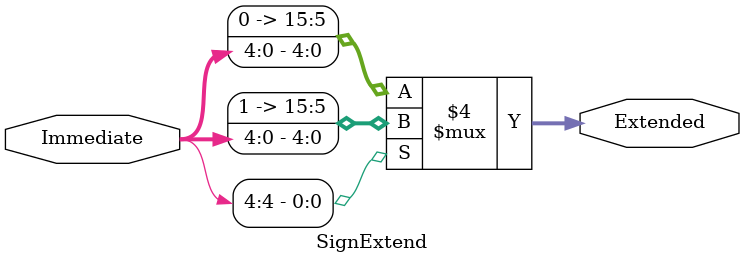
<source format=v>
`timescale 1ns / 1ps
module SignExtend(
	input [4:0] Immediate,
   output reg [15:0] Extended
);

always @* begin
	if (Immediate[4] == 1) begin
        Extended = {{11{1'b1}}, Immediate};
   end else begin
        Extended = {{11{1'b0}}, Immediate};
    end
end

endmodule

</source>
